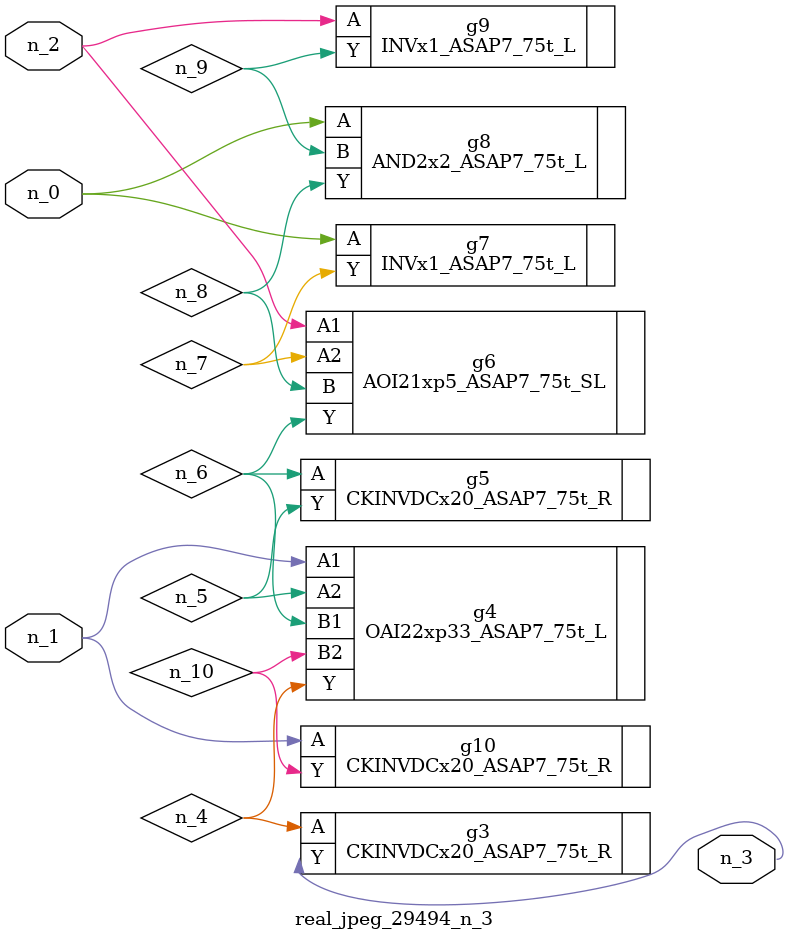
<source format=v>
module real_jpeg_29494_n_3 (n_1, n_0, n_2, n_3);

input n_1;
input n_0;
input n_2;

output n_3;

wire n_5;
wire n_8;
wire n_4;
wire n_6;
wire n_7;
wire n_10;
wire n_9;

INVx1_ASAP7_75t_L g7 ( 
.A(n_0),
.Y(n_7)
);

AND2x2_ASAP7_75t_L g8 ( 
.A(n_0),
.B(n_9),
.Y(n_8)
);

OAI22xp33_ASAP7_75t_L g4 ( 
.A1(n_1),
.A2(n_5),
.B1(n_6),
.B2(n_10),
.Y(n_4)
);

CKINVDCx20_ASAP7_75t_R g10 ( 
.A(n_1),
.Y(n_10)
);

AOI21xp5_ASAP7_75t_SL g6 ( 
.A1(n_2),
.A2(n_7),
.B(n_8),
.Y(n_6)
);

INVx1_ASAP7_75t_L g9 ( 
.A(n_2),
.Y(n_9)
);

CKINVDCx20_ASAP7_75t_R g3 ( 
.A(n_4),
.Y(n_3)
);

CKINVDCx20_ASAP7_75t_R g5 ( 
.A(n_6),
.Y(n_5)
);


endmodule
</source>
